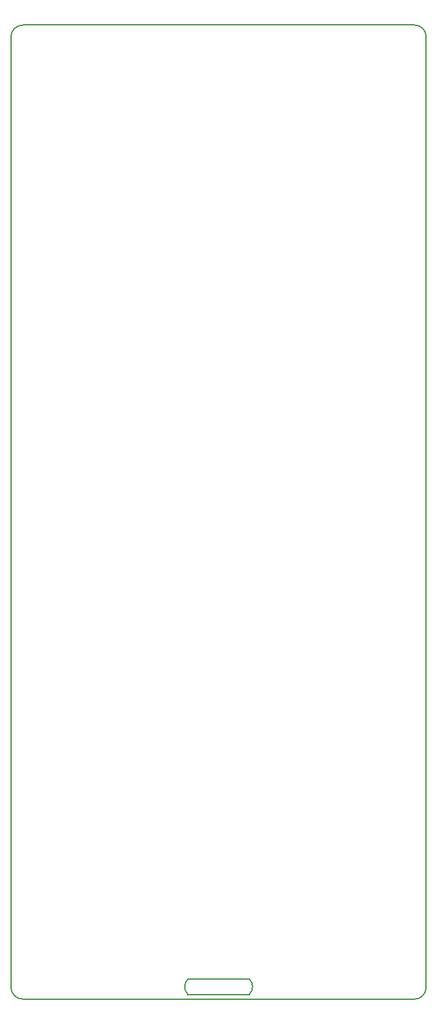
<source format=gm1>
G04 #@! TF.FileFunction,Profile,NP*
%FSLAX46Y46*%
G04 Gerber Fmt 4.6, Leading zero omitted, Abs format (unit mm)*
G04 Created by KiCad (PCBNEW 4.0.7-e2-6376~58~ubuntu16.04.1) date Sat Mar  9 10:35:26 2019*
%MOMM*%
%LPD*%
G01*
G04 APERTURE LIST*
%ADD10C,0.100000*%
%ADD11C,0.150000*%
G04 APERTURE END LIST*
D10*
D11*
X187963000Y-141240000D02*
X195963000Y-141240000D01*
X187963000Y-139240000D02*
X195963000Y-139240000D01*
X195963000Y-141240000D02*
G75*
G03X195963000Y-139240000I-1000000J1000000D01*
G01*
X187963000Y-139240000D02*
G75*
G03X187963000Y-141240000I1000000J-1000000D01*
G01*
X166470500Y-15252500D02*
G75*
G03X164970500Y-16752500I0J-1500000D01*
G01*
X218948000Y-16740000D02*
G75*
G03X217448000Y-15240000I-1500000J0D01*
G01*
X217448000Y-141840000D02*
G75*
G03X218948000Y-140340000I0J1500000D01*
G01*
X164973000Y-140340000D02*
G75*
G03X166473000Y-141840000I1500000J0D01*
G01*
X166473000Y-141840000D02*
X217453000Y-141840000D01*
X164973000Y-16740000D02*
X164973000Y-140340000D01*
X218953000Y-16740000D02*
X218953000Y-140340000D01*
X166473000Y-15240000D02*
X217453000Y-15240000D01*
M02*

</source>
